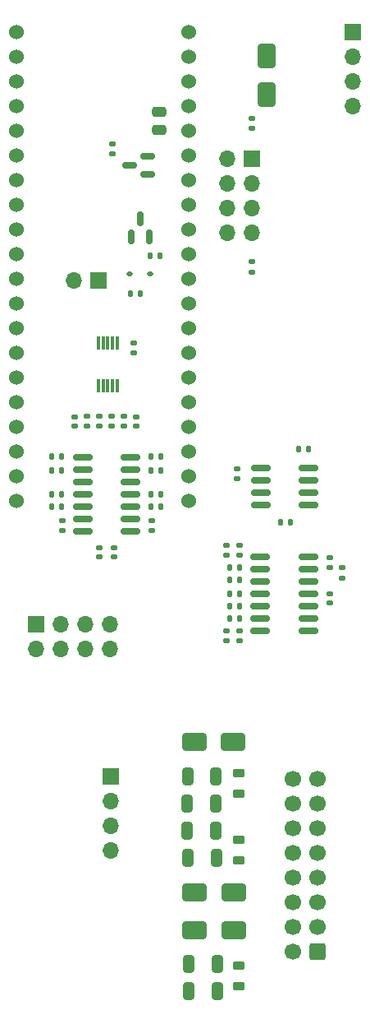
<source format=gbr>
%TF.GenerationSoftware,KiCad,Pcbnew,7.0.2-0*%
%TF.CreationDate,2023-05-29T21:13:20+02:00*%
%TF.ProjectId,dac-board,6461632d-626f-4617-9264-2e6b69636164,rev?*%
%TF.SameCoordinates,Original*%
%TF.FileFunction,Soldermask,Top*%
%TF.FilePolarity,Negative*%
%FSLAX46Y46*%
G04 Gerber Fmt 4.6, Leading zero omitted, Abs format (unit mm)*
G04 Created by KiCad (PCBNEW 7.0.2-0) date 2023-05-29 21:13:20*
%MOMM*%
%LPD*%
G01*
G04 APERTURE LIST*
G04 Aperture macros list*
%AMRoundRect*
0 Rectangle with rounded corners*
0 $1 Rounding radius*
0 $2 $3 $4 $5 $6 $7 $8 $9 X,Y pos of 4 corners*
0 Add a 4 corners polygon primitive as box body*
4,1,4,$2,$3,$4,$5,$6,$7,$8,$9,$2,$3,0*
0 Add four circle primitives for the rounded corners*
1,1,$1+$1,$2,$3*
1,1,$1+$1,$4,$5*
1,1,$1+$1,$6,$7*
1,1,$1+$1,$8,$9*
0 Add four rect primitives between the rounded corners*
20,1,$1+$1,$2,$3,$4,$5,0*
20,1,$1+$1,$4,$5,$6,$7,0*
20,1,$1+$1,$6,$7,$8,$9,0*
20,1,$1+$1,$8,$9,$2,$3,0*%
G04 Aperture macros list end*
%ADD10R,1.700000X1.700000*%
%ADD11O,1.700000X1.700000*%
%ADD12RoundRect,0.135000X0.185000X-0.135000X0.185000X0.135000X-0.185000X0.135000X-0.185000X-0.135000X0*%
%ADD13RoundRect,0.140000X0.140000X0.170000X-0.140000X0.170000X-0.140000X-0.170000X0.140000X-0.170000X0*%
%ADD14RoundRect,0.150000X0.587500X0.150000X-0.587500X0.150000X-0.587500X-0.150000X0.587500X-0.150000X0*%
%ADD15RoundRect,0.250000X-0.325000X-0.650000X0.325000X-0.650000X0.325000X0.650000X-0.325000X0.650000X0*%
%ADD16RoundRect,0.135000X0.135000X0.185000X-0.135000X0.185000X-0.135000X-0.185000X0.135000X-0.185000X0*%
%ADD17RoundRect,0.112500X0.187500X0.112500X-0.187500X0.112500X-0.187500X-0.112500X0.187500X-0.112500X0*%
%ADD18RoundRect,0.250000X-1.000000X-0.650000X1.000000X-0.650000X1.000000X0.650000X-1.000000X0.650000X0*%
%ADD19RoundRect,0.135000X-0.135000X-0.185000X0.135000X-0.185000X0.135000X0.185000X-0.135000X0.185000X0*%
%ADD20RoundRect,0.150000X0.150000X-0.587500X0.150000X0.587500X-0.150000X0.587500X-0.150000X-0.587500X0*%
%ADD21RoundRect,0.135000X-0.185000X0.135000X-0.185000X-0.135000X0.185000X-0.135000X0.185000X0.135000X0*%
%ADD22C,1.524000*%
%ADD23RoundRect,0.150000X-0.825000X-0.150000X0.825000X-0.150000X0.825000X0.150000X-0.825000X0.150000X0*%
%ADD24RoundRect,0.140000X-0.170000X0.140000X-0.170000X-0.140000X0.170000X-0.140000X0.170000X0.140000X0*%
%ADD25RoundRect,0.250000X1.000000X0.650000X-1.000000X0.650000X-1.000000X-0.650000X1.000000X-0.650000X0*%
%ADD26RoundRect,0.250000X0.475000X-0.250000X0.475000X0.250000X-0.475000X0.250000X-0.475000X-0.250000X0*%
%ADD27RoundRect,0.218750X0.381250X-0.218750X0.381250X0.218750X-0.381250X0.218750X-0.381250X-0.218750X0*%
%ADD28RoundRect,0.250000X0.600000X0.600000X-0.600000X0.600000X-0.600000X-0.600000X0.600000X-0.600000X0*%
%ADD29C,1.700000*%
%ADD30RoundRect,0.140000X-0.140000X-0.170000X0.140000X-0.170000X0.140000X0.170000X-0.140000X0.170000X0*%
%ADD31RoundRect,0.218750X-0.381250X0.218750X-0.381250X-0.218750X0.381250X-0.218750X0.381250X0.218750X0*%
%ADD32RoundRect,0.250000X-0.650000X1.000000X-0.650000X-1.000000X0.650000X-1.000000X0.650000X1.000000X0*%
%ADD33RoundRect,0.140000X0.170000X-0.140000X0.170000X0.140000X-0.170000X0.140000X-0.170000X-0.140000X0*%
%ADD34R,0.300000X1.400000*%
%ADD35RoundRect,0.150000X0.825000X0.150000X-0.825000X0.150000X-0.825000X-0.150000X0.825000X-0.150000X0*%
G04 APERTURE END LIST*
D10*
%TO.C,J6*%
X128688981Y-129286000D03*
D11*
X128688981Y-131826000D03*
X128688981Y-134366000D03*
X128688981Y-136906000D03*
%TD*%
D12*
%TO.C,R3*%
X126238000Y-93263000D03*
X126238000Y-92243000D03*
%TD*%
D13*
%TO.C,C4*%
X133830000Y-100299000D03*
X132870000Y-100299000D03*
%TD*%
D14*
%TO.C,U1*%
X132509500Y-67371000D03*
X132509500Y-65471000D03*
X130634500Y-66421000D03*
%TD*%
D15*
%TO.C,C25*%
X136590333Y-132080000D03*
X139540333Y-132080000D03*
%TD*%
%TO.C,C20*%
X136606666Y-129286000D03*
X139556666Y-129286000D03*
%TD*%
D16*
%TO.C,R27*%
X133733000Y-75692000D03*
X132713000Y-75692000D03*
%TD*%
D15*
%TO.C,C24*%
X136701000Y-148590000D03*
X139651000Y-148590000D03*
%TD*%
D17*
%TO.C,D1*%
X132723600Y-77597000D03*
X130623600Y-77597000D03*
%TD*%
D18*
%TO.C,D4*%
X137351000Y-141224000D03*
X141351000Y-141224000D03*
%TD*%
D12*
%TO.C,R4*%
X127508000Y-93261000D03*
X127508000Y-92241000D03*
%TD*%
D19*
%TO.C,R33*%
X132840000Y-101549200D03*
X133860000Y-101549200D03*
%TD*%
D16*
%TO.C,R22*%
X147195000Y-103124000D03*
X146175000Y-103124000D03*
%TD*%
D20*
%TO.C,Q1*%
X130799800Y-73759300D03*
X132699800Y-73759300D03*
X131749800Y-71884300D03*
%TD*%
D13*
%TO.C,C10*%
X141958000Y-111760000D03*
X140998000Y-111760000D03*
%TD*%
D21*
%TO.C,R24*%
X143205200Y-61567600D03*
X143205200Y-62587600D03*
%TD*%
D22*
%TO.C,RPI1*%
X118925000Y-52665000D03*
X118925000Y-55205000D03*
X118925000Y-57745000D03*
X118925000Y-60285000D03*
X118925000Y-62825000D03*
X118925000Y-65365000D03*
X118925000Y-67905000D03*
X118925000Y-70445000D03*
X118925000Y-72985000D03*
X118925000Y-75525000D03*
X118925000Y-78065000D03*
X118925000Y-80605000D03*
X118925000Y-83145000D03*
X118925000Y-85685000D03*
X118925000Y-88225000D03*
X118925000Y-90765000D03*
X118925000Y-93305000D03*
X118925000Y-95845000D03*
X118925000Y-98385000D03*
X118925000Y-100925000D03*
X136705000Y-100925000D03*
X136705000Y-98385000D03*
X136705000Y-95845000D03*
X136705000Y-93305000D03*
X136705000Y-90765000D03*
X136705000Y-88225000D03*
X136705000Y-85685000D03*
X136705000Y-83145000D03*
X136705000Y-80605000D03*
X136705000Y-78065000D03*
X136705000Y-75525000D03*
X136705000Y-72985000D03*
X136705000Y-70445000D03*
X136705000Y-67905000D03*
X136705000Y-65365000D03*
X136705000Y-62825000D03*
X136705000Y-60285000D03*
X136705000Y-57745000D03*
X136705000Y-55205000D03*
X136705000Y-52665000D03*
%TD*%
D15*
%TO.C,C22*%
X136622999Y-137668000D03*
X139572999Y-137668000D03*
%TD*%
D23*
%TO.C,U5*%
X144148000Y-97536000D03*
X144148000Y-98806000D03*
X144148000Y-100076000D03*
X144148000Y-101346000D03*
X149098000Y-101346000D03*
X149098000Y-100076000D03*
X149098000Y-98806000D03*
X149098000Y-97536000D03*
%TD*%
D16*
%TO.C,R2*%
X141988000Y-113030000D03*
X140968000Y-113030000D03*
%TD*%
D21*
%TO.C,R30*%
X140589000Y-114298000D03*
X140589000Y-115318000D03*
%TD*%
D12*
%TO.C,R21*%
X151257000Y-107825000D03*
X151257000Y-106805000D03*
%TD*%
%TO.C,R39*%
X132892800Y-103989600D03*
X132892800Y-102969600D03*
%TD*%
D23*
%TO.C,U4*%
X125793000Y-96489000D03*
X125793000Y-97759000D03*
X125793000Y-99029000D03*
X125793000Y-100299000D03*
X125793000Y-101569000D03*
X125793000Y-102839000D03*
X125793000Y-104109000D03*
X130743000Y-104109000D03*
X130743000Y-102839000D03*
X130743000Y-101569000D03*
X130743000Y-100299000D03*
X130743000Y-99029000D03*
X130743000Y-97759000D03*
X130743000Y-96489000D03*
%TD*%
D24*
%TO.C,C8*%
X131064000Y-84711600D03*
X131064000Y-85671600D03*
%TD*%
D12*
%TO.C,R38*%
X123647200Y-103989600D03*
X123647200Y-102969600D03*
%TD*%
D24*
%TO.C,C13*%
X129030000Y-105733000D03*
X129030000Y-106693000D03*
%TD*%
%TO.C,C2*%
X128879600Y-64216400D03*
X128879600Y-65176400D03*
%TD*%
D19*
%TO.C,R34*%
X132840000Y-97776000D03*
X133860000Y-97776000D03*
%TD*%
%TO.C,R26*%
X130706400Y-79603600D03*
X131726400Y-79603600D03*
%TD*%
D12*
%TO.C,R36*%
X141986000Y-115318000D03*
X141986000Y-114298000D03*
%TD*%
%TO.C,R29*%
X140589000Y-106553000D03*
X140589000Y-105533000D03*
%TD*%
D24*
%TO.C,C5*%
X151257000Y-110495200D03*
X151257000Y-111455200D03*
%TD*%
D13*
%TO.C,C9*%
X141958000Y-109093000D03*
X140998000Y-109093000D03*
%TD*%
D18*
%TO.C,D5*%
X137287000Y-125730000D03*
X141287000Y-125730000D03*
%TD*%
D25*
%TO.C,D3*%
X141351000Y-145161000D03*
X137351000Y-145161000D03*
%TD*%
D12*
%TO.C,R6*%
X130048000Y-93261000D03*
X130048000Y-92241000D03*
%TD*%
D26*
%TO.C,C1*%
X133654800Y-62773600D03*
X133654800Y-60873600D03*
%TD*%
D12*
%TO.C,R28*%
X152527000Y-108866400D03*
X152527000Y-107846400D03*
%TD*%
D27*
%TO.C,FB1*%
X141859000Y-131110500D03*
X141859000Y-128985500D03*
%TD*%
D28*
%TO.C,J1*%
X149987000Y-147320000D03*
D29*
X147447000Y-147320000D03*
X149987000Y-144780000D03*
X147447000Y-144780000D03*
X149987000Y-142240000D03*
X147447000Y-142240000D03*
X149987000Y-139700000D03*
X147447000Y-139700000D03*
X149987000Y-137160000D03*
X147447000Y-137160000D03*
X149987000Y-134620000D03*
X147447000Y-134620000D03*
X149987000Y-132080000D03*
X147447000Y-132080000D03*
X149987000Y-129540000D03*
X147447000Y-129540000D03*
%TD*%
D30*
%TO.C,C6*%
X140998000Y-110490000D03*
X141958000Y-110490000D03*
%TD*%
D15*
%TO.C,C23*%
X136701000Y-151384000D03*
X139651000Y-151384000D03*
%TD*%
D16*
%TO.C,R32*%
X123571000Y-101549200D03*
X122551000Y-101549200D03*
%TD*%
D31*
%TO.C,FB2*%
X141859000Y-135843500D03*
X141859000Y-137968500D03*
%TD*%
D16*
%TO.C,R31*%
X123573000Y-97790000D03*
X122553000Y-97790000D03*
%TD*%
D32*
%TO.C,D2*%
X144780000Y-55150000D03*
X144780000Y-59150000D03*
%TD*%
D33*
%TO.C,C14*%
X131318000Y-93231000D03*
X131318000Y-92271000D03*
%TD*%
D16*
%TO.C,R40*%
X133860000Y-96393000D03*
X132840000Y-96393000D03*
%TD*%
D13*
%TO.C,C3*%
X123565000Y-100299000D03*
X122605000Y-100299000D03*
%TD*%
D12*
%TO.C,R5*%
X128778000Y-93259000D03*
X128778000Y-92239000D03*
%TD*%
D13*
%TO.C,C7*%
X149070000Y-95631000D03*
X148110000Y-95631000D03*
%TD*%
D34*
%TO.C,U2*%
X129381000Y-84709000D03*
X128881000Y-84709000D03*
X128381000Y-84709000D03*
X127881000Y-84709000D03*
X127381000Y-84709000D03*
X127381000Y-89109000D03*
X127881000Y-89109000D03*
X128381000Y-89109000D03*
X128881000Y-89109000D03*
X129381000Y-89109000D03*
%TD*%
D15*
%TO.C,C21*%
X136574000Y-134874000D03*
X139524000Y-134874000D03*
%TD*%
D10*
%TO.C,J4*%
X153670000Y-52705000D03*
D11*
X153670000Y-55245000D03*
X153670000Y-57785000D03*
X153670000Y-60325000D03*
%TD*%
D27*
%TO.C,FB3*%
X141859000Y-150922500D03*
X141859000Y-148797500D03*
%TD*%
D35*
%TO.C,U3*%
X149083800Y-114300000D03*
X149083800Y-113030000D03*
X149083800Y-111760000D03*
X149083800Y-110490000D03*
X149083800Y-109220000D03*
X149083800Y-107950000D03*
X149083800Y-106680000D03*
X144133800Y-106680000D03*
X144133800Y-107950000D03*
X144133800Y-109220000D03*
X144133800Y-110490000D03*
X144133800Y-111760000D03*
X144133800Y-113030000D03*
X144133800Y-114300000D03*
%TD*%
D24*
%TO.C,C12*%
X127508000Y-105733000D03*
X127508000Y-106693000D03*
%TD*%
D16*
%TO.C,R1*%
X141988000Y-107823000D03*
X140968000Y-107823000D03*
%TD*%
D12*
%TO.C,R23*%
X141732000Y-98681000D03*
X141732000Y-97661000D03*
%TD*%
D19*
%TO.C,R37*%
X122553000Y-96393000D03*
X123573000Y-96393000D03*
%TD*%
D21*
%TO.C,R25*%
X143256000Y-76350400D03*
X143256000Y-77370400D03*
%TD*%
%TO.C,R35*%
X141986000Y-105533000D03*
X141986000Y-106553000D03*
%TD*%
D33*
%TO.C,C11*%
X124968000Y-93231000D03*
X124968000Y-92271000D03*
%TD*%
D10*
%TO.C,J3*%
X121015000Y-113625000D03*
D11*
X121015000Y-116165000D03*
X123555000Y-113625000D03*
X123555000Y-116165000D03*
X126095000Y-113625000D03*
X126095000Y-116165000D03*
X128635000Y-113625000D03*
X128635000Y-116165000D03*
%TD*%
D10*
%TO.C,J2*%
X143235000Y-65725000D03*
D11*
X140695000Y-65725000D03*
X143235000Y-68265000D03*
X140695000Y-68265000D03*
X143235000Y-70805000D03*
X140695000Y-70805000D03*
X143235000Y-73345000D03*
X140695000Y-73345000D03*
%TD*%
D10*
%TO.C,J5*%
X127381000Y-78232000D03*
D11*
X124841000Y-78232000D03*
%TD*%
M02*

</source>
